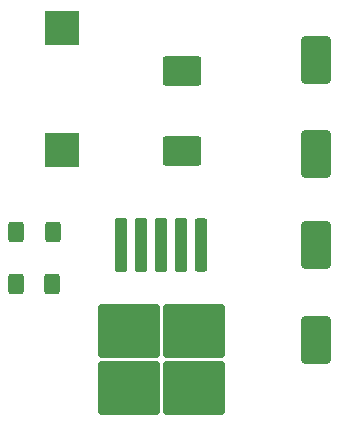
<source format=gbr>
%TF.GenerationSoftware,KiCad,Pcbnew,9.0.2*%
%TF.CreationDate,2025-10-25T15:21:40+02:00*%
%TF.ProjectId,VT100,50695a65-726f-45f5-9654-3130302e6b69,rev?*%
%TF.SameCoordinates,PX5e9ac00PYa0ca1c0*%
%TF.FileFunction,Paste,Top*%
%TF.FilePolarity,Positive*%
%FSLAX46Y46*%
G04 Gerber Fmt 4.6, Leading zero omitted, Abs format (unit mm)*
G04 Created by KiCad (PCBNEW 9.0.2) date 2025-10-25 15:21:40*
%MOMM*%
%LPD*%
G01*
G04 APERTURE LIST*
G04 Aperture macros list*
%AMRoundRect*
0 Rectangle with rounded corners*
0 $1 Rounding radius*
0 $2 $3 $4 $5 $6 $7 $8 $9 X,Y pos of 4 corners*
0 Add a 4 corners polygon primitive as box body*
4,1,4,$2,$3,$4,$5,$6,$7,$8,$9,$2,$3,0*
0 Add four circle primitives for the rounded corners*
1,1,$1+$1,$2,$3*
1,1,$1+$1,$4,$5*
1,1,$1+$1,$6,$7*
1,1,$1+$1,$8,$9*
0 Add four rect primitives between the rounded corners*
20,1,$1+$1,$2,$3,$4,$5,0*
20,1,$1+$1,$4,$5,$6,$7,0*
20,1,$1+$1,$6,$7,$8,$9,0*
20,1,$1+$1,$8,$9,$2,$3,0*%
G04 Aperture macros list end*
%ADD10RoundRect,0.250000X-0.400000X-0.625000X0.400000X-0.625000X0.400000X0.625000X-0.400000X0.625000X0*%
%ADD11RoundRect,0.250000X-2.375000X2.025000X-2.375000X-2.025000X2.375000X-2.025000X2.375000X2.025000X0*%
%ADD12RoundRect,0.250000X-0.300000X2.000000X-0.300000X-2.000000X0.300000X-2.000000X0.300000X2.000000X0*%
%ADD13RoundRect,0.250000X-0.300000X2.050000X-0.300000X-2.050000X0.300000X-2.050000X0.300000X2.050000X0*%
%ADD14RoundRect,0.250000X1.400000X1.000000X-1.400000X1.000000X-1.400000X-1.000000X1.400000X-1.000000X0*%
%ADD15RoundRect,0.250000X-1.000000X1.750000X-1.000000X-1.750000X1.000000X-1.750000X1.000000X1.750000X0*%
%ADD16R,3.000000X3.000000*%
%ADD17RoundRect,0.250000X0.400000X0.625000X-0.400000X0.625000X-0.400000X-0.625000X0.400000X-0.625000X0*%
G04 APERTURE END LIST*
D10*
%TO.C,R5*%
X1500000Y47700000D03*
X4600000Y47700000D03*
%TD*%
D11*
%TO.C,U1*%
X16550000Y39350000D03*
X11000000Y39350000D03*
X16550000Y34500000D03*
X11000000Y34500000D03*
D12*
X17175000Y46575000D03*
D13*
X15475000Y46575000D03*
X13775000Y46575000D03*
X12075000Y46575000D03*
X10375000Y46575000D03*
%TD*%
D14*
%TO.C,D6*%
X15500000Y54550000D03*
X15500000Y61350000D03*
%TD*%
D15*
%TO.C,C2*%
X26900000Y62282500D03*
X26900000Y54282500D03*
%TD*%
D16*
%TO.C,L1*%
X5370000Y54660000D03*
X5350000Y65000000D03*
%TD*%
D15*
%TO.C,C1*%
X26900000Y46600000D03*
X26900000Y38600000D03*
%TD*%
D17*
%TO.C,R6*%
X4550000Y43300000D03*
X1450000Y43300000D03*
%TD*%
M02*

</source>
